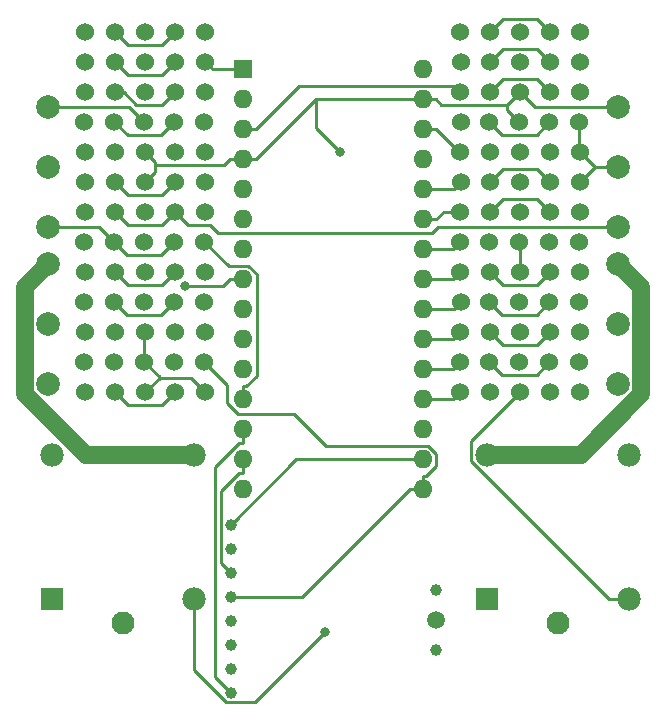
<source format=gtl>
G04 #@! TF.GenerationSoftware,KiCad,Pcbnew,(5.1.0)-1*
G04 #@! TF.CreationDate,2019-09-22T18:00:15+02:00*
G04 #@! TF.ProjectId,Arduino_HM_1,41726475-696e-46f5-9f48-4d5f312e6b69,rev?*
G04 #@! TF.SameCoordinates,Original*
G04 #@! TF.FileFunction,Copper,L1,Top*
G04 #@! TF.FilePolarity,Positive*
%FSLAX46Y46*%
G04 Gerber Fmt 4.6, Leading zero omitted, Abs format (unit mm)*
G04 Created by KiCad (PCBNEW (5.1.0)-1) date 2019-09-22 18:00:15*
%MOMM*%
%LPD*%
G04 APERTURE LIST*
%ADD10C,2.000000*%
%ADD11C,1.524000*%
%ADD12C,1.980000*%
%ADD13C,1.935000*%
%ADD14R,1.980000X1.980000*%
%ADD15C,1.000000*%
%ADD16C,1.500000*%
%ADD17O,1.600000X1.600000*%
%ADD18R,1.600000X1.600000*%
%ADD19C,0.800000*%
%ADD20C,0.250000*%
%ADD21C,1.500000*%
G04 APERTURE END LIST*
D10*
X17780000Y-19685000D03*
X17780000Y-24765000D03*
X17780000Y-29845000D03*
X66040000Y-19685000D03*
X66040000Y-24765000D03*
X66040000Y-29845000D03*
X17780000Y-43180000D03*
X17780000Y-38100000D03*
X17780000Y-33020000D03*
X66040000Y-33020000D03*
X66040000Y-38100000D03*
X66040000Y-43180000D03*
D11*
X60325000Y-43815000D03*
X60248800Y-41275000D03*
X60325000Y-38735000D03*
X60325000Y-33655000D03*
X60248800Y-36195000D03*
X60325000Y-23495000D03*
X60325000Y-26035000D03*
X60248800Y-31115000D03*
X60325000Y-28575000D03*
X60248800Y-20955000D03*
X60325000Y-18415000D03*
X60325000Y-15875000D03*
X60325000Y-13335000D03*
X55245000Y-43815000D03*
X55168800Y-41275000D03*
X55245000Y-38735000D03*
X55245000Y-33655000D03*
X55168800Y-36195000D03*
X55245000Y-23495000D03*
X55245000Y-26035000D03*
X55168800Y-31115000D03*
X55245000Y-28575000D03*
X55168800Y-20955000D03*
X55245000Y-18415000D03*
X55245000Y-15875000D03*
X55245000Y-13335000D03*
D12*
X18130000Y-49145000D03*
X30130000Y-49145000D03*
X30130000Y-61345000D03*
D13*
X24130000Y-63345000D03*
D14*
X18130000Y-61345000D03*
D11*
X20955000Y-43815000D03*
X20878800Y-41275000D03*
X20955000Y-38735000D03*
X20955000Y-33655000D03*
X20878800Y-36195000D03*
X20955000Y-23495000D03*
X20955000Y-26035000D03*
X20878800Y-31115000D03*
X20955000Y-28575000D03*
X20878800Y-20955000D03*
X20955000Y-18415000D03*
X20955000Y-15875000D03*
X20955000Y-13335000D03*
X62865000Y-43815000D03*
X62788800Y-41275000D03*
X62865000Y-38735000D03*
X62865000Y-33655000D03*
X62788800Y-36195000D03*
X62865000Y-23495000D03*
X62865000Y-26035000D03*
X62788800Y-31115000D03*
X62865000Y-28575000D03*
X62788800Y-20955000D03*
X62865000Y-18415000D03*
X62865000Y-15875000D03*
X62865000Y-13335000D03*
X57785000Y-43815000D03*
X57708800Y-41275000D03*
X57785000Y-38735000D03*
X57785000Y-33655000D03*
X57708800Y-36195000D03*
X57785000Y-23495000D03*
X57785000Y-26035000D03*
X57708800Y-31115000D03*
X57785000Y-28575000D03*
X57708800Y-20955000D03*
X57785000Y-18415000D03*
X57785000Y-15875000D03*
X57785000Y-13335000D03*
X23495000Y-43815000D03*
X23418800Y-41275000D03*
X23495000Y-38735000D03*
X23495000Y-33655000D03*
X23418800Y-36195000D03*
X23495000Y-23495000D03*
X23495000Y-26035000D03*
X23418800Y-31115000D03*
X23495000Y-28575000D03*
X23418800Y-20955000D03*
X23495000Y-18415000D03*
X23495000Y-15875000D03*
X23495000Y-13335000D03*
X28575000Y-43815000D03*
X28498800Y-41275000D03*
X28575000Y-38735000D03*
X28575000Y-33655000D03*
X28498800Y-36195000D03*
X28575000Y-23495000D03*
X28575000Y-26035000D03*
X28498800Y-31115000D03*
X28575000Y-28575000D03*
X28498800Y-20955000D03*
X28575000Y-18415000D03*
X28575000Y-15875000D03*
X28575000Y-13335000D03*
X26035000Y-43815000D03*
X25958800Y-41275000D03*
X26035000Y-38735000D03*
X26035000Y-33655000D03*
X25958800Y-36195000D03*
X26035000Y-23495000D03*
X26035000Y-26035000D03*
X25958800Y-31115000D03*
X26035000Y-28575000D03*
X25958800Y-20955000D03*
X26035000Y-18415000D03*
X26035000Y-15875000D03*
X26035000Y-13335000D03*
X52705000Y-13335000D03*
X52781200Y-15875000D03*
X52705000Y-18415000D03*
X52705000Y-23495000D03*
X52781200Y-20955000D03*
X52705000Y-33655000D03*
X52705000Y-31115000D03*
X52781200Y-26035000D03*
X52705000Y-28575000D03*
X52781200Y-36195000D03*
X52705000Y-38735000D03*
X52705000Y-41275000D03*
X52705000Y-43815000D03*
X31115000Y-43815000D03*
X31038800Y-41275000D03*
X31115000Y-38735000D03*
X31115000Y-33655000D03*
X31038800Y-36195000D03*
X31115000Y-23495000D03*
X31115000Y-26035000D03*
X31038800Y-31115000D03*
X31115000Y-28575000D03*
X31038800Y-20955000D03*
X31115000Y-18415000D03*
X31115000Y-15875000D03*
X31115000Y-13335000D03*
D12*
X54960000Y-49145000D03*
X66960000Y-49145000D03*
X66960000Y-61345000D03*
D13*
X60960000Y-63345000D03*
D14*
X54960000Y-61345000D03*
D15*
X50625000Y-65675000D03*
D16*
X50636600Y-63152400D03*
D15*
X50645000Y-60615000D03*
X33263000Y-69277000D03*
X33263000Y-67245000D03*
X33263000Y-65213000D03*
X33263000Y-63181000D03*
X33263000Y-61149000D03*
X33263000Y-59117000D03*
X33263000Y-57085000D03*
X33263000Y-55053000D03*
D17*
X49530000Y-52070000D03*
X34290000Y-52070000D03*
X49530000Y-16510000D03*
X34290000Y-49530000D03*
X49530000Y-19050000D03*
X34290000Y-46990000D03*
X49530000Y-21590000D03*
X34290000Y-44450000D03*
X49530000Y-24130000D03*
X34290000Y-41910000D03*
X49530000Y-26670000D03*
X34290000Y-39370000D03*
X49530000Y-29210000D03*
X34290000Y-36830000D03*
X49530000Y-31750000D03*
X34290000Y-34290000D03*
X49530000Y-34290000D03*
X34290000Y-31750000D03*
X49530000Y-36830000D03*
X34290000Y-29210000D03*
X49530000Y-39370000D03*
X34290000Y-26670000D03*
X49530000Y-41910000D03*
X34290000Y-24130000D03*
X49530000Y-44450000D03*
X34290000Y-21590000D03*
X49530000Y-46990000D03*
X34290000Y-19050000D03*
X49530000Y-49530000D03*
D18*
X34290000Y-16510000D03*
D19*
X42545000Y-23495000D03*
X41275000Y-64135000D03*
X29364200Y-34816000D03*
D20*
X49530000Y-52070000D02*
X49530000Y-50944700D01*
X49530000Y-50944700D02*
X49811300Y-50944700D01*
X49811300Y-50944700D02*
X50662200Y-50093800D01*
X50662200Y-50093800D02*
X50662200Y-49059700D01*
X50662200Y-49059700D02*
X50007100Y-48404600D01*
X50007100Y-48404600D02*
X41317000Y-48404600D01*
X41317000Y-48404600D02*
X38632400Y-45720000D01*
X38632400Y-45720000D02*
X33913400Y-45720000D01*
X33913400Y-45720000D02*
X32990000Y-44796600D01*
X32990000Y-44796600D02*
X32990000Y-43226200D01*
X32990000Y-43226200D02*
X31038800Y-41275000D01*
X49080000Y-52070000D02*
X49530000Y-52070000D01*
X49080000Y-52070000D02*
X48404700Y-52070000D01*
X48404700Y-52070000D02*
X39325700Y-61149000D01*
X39325700Y-61149000D02*
X33263000Y-61149000D01*
X34290000Y-49530000D02*
X34290000Y-50655300D01*
X34290000Y-50655300D02*
X34008700Y-50655300D01*
X34008700Y-50655300D02*
X32415300Y-52248700D01*
X32415300Y-52248700D02*
X32415300Y-58269300D01*
X32415300Y-58269300D02*
X33263000Y-59117000D01*
X57785000Y-18415000D02*
X59055000Y-19685000D01*
X59055000Y-19685000D02*
X66040000Y-19685000D01*
X56697600Y-19502400D02*
X57785000Y-18415000D01*
X50655300Y-19050000D02*
X51107700Y-19502400D01*
X51107700Y-19502400D02*
X56697600Y-19502400D01*
X56697600Y-19502400D02*
X56697600Y-19943800D01*
X56697600Y-19943800D02*
X57708800Y-20955000D01*
X49530000Y-19050000D02*
X50655300Y-19050000D01*
X35415300Y-24130000D02*
X40495300Y-19050000D01*
X40495300Y-19050000D02*
X49530000Y-19050000D01*
X27249400Y-42600600D02*
X26035000Y-43815000D01*
X25958800Y-41275000D02*
X27249400Y-42565600D01*
X27249400Y-42565600D02*
X27249400Y-42600600D01*
X31115000Y-43815000D02*
X29900600Y-42600600D01*
X29900600Y-42600600D02*
X27249400Y-42600600D01*
X57785000Y-43815000D02*
X53624900Y-47975100D01*
X53624900Y-47975100D02*
X53624900Y-49693200D01*
X53624900Y-49693200D02*
X65276700Y-61345000D01*
X65276700Y-61345000D02*
X66960000Y-61345000D01*
X34290000Y-24130000D02*
X35415300Y-24130000D01*
X57708800Y-31115000D02*
X57785000Y-31191200D01*
X57785000Y-31191200D02*
X57785000Y-33655000D01*
X25958800Y-20955000D02*
X24688800Y-19685000D01*
X24688800Y-19685000D02*
X17780000Y-19685000D01*
X26035000Y-38735000D02*
X25958800Y-38811200D01*
X25958800Y-38811200D02*
X25958800Y-41275000D01*
X26897100Y-24596100D02*
X26897100Y-24357100D01*
X26897100Y-24357100D02*
X26035000Y-23495000D01*
X26035000Y-26035000D02*
X26897100Y-25172900D01*
X26897100Y-25172900D02*
X26897100Y-24596100D01*
X33164700Y-24130000D02*
X32698600Y-24596100D01*
X32698600Y-24596100D02*
X26897100Y-24596100D01*
X34290000Y-24130000D02*
X33164700Y-24130000D01*
X40495300Y-21445300D02*
X42545000Y-23495000D01*
X40495300Y-19050000D02*
X40495300Y-21445300D01*
X30130000Y-62745071D02*
X30130000Y-61345000D01*
X30130000Y-67365002D02*
X30130000Y-62745071D01*
X32866999Y-70102001D02*
X30130000Y-67365002D01*
X35307999Y-70102001D02*
X32866999Y-70102001D01*
X41275000Y-64135000D02*
X35307999Y-70102001D01*
X34290000Y-46990000D02*
X34290000Y-48115300D01*
X34290000Y-48115300D02*
X34008700Y-48115300D01*
X34008700Y-48115300D02*
X31964900Y-50159100D01*
X31964900Y-50159100D02*
X31964900Y-67978900D01*
X31964900Y-67978900D02*
X33263000Y-69277000D01*
X49530000Y-49530000D02*
X38786000Y-49530000D01*
X38786000Y-49530000D02*
X33263000Y-55053000D01*
X49530000Y-21590000D02*
X50655300Y-21590000D01*
X50655300Y-21590000D02*
X52560300Y-23495000D01*
X52560300Y-23495000D02*
X52705000Y-23495000D01*
X34290000Y-44450000D02*
X34290000Y-43324700D01*
X34290000Y-43324700D02*
X34571300Y-43324700D01*
X34571300Y-43324700D02*
X35465500Y-42430500D01*
X35465500Y-42430500D02*
X35465500Y-33873300D01*
X35465500Y-33873300D02*
X34756800Y-33164600D01*
X34756800Y-33164600D02*
X33088400Y-33164600D01*
X33088400Y-33164600D02*
X31038800Y-31115000D01*
X62788800Y-20955000D02*
X62788800Y-23418800D01*
X62788800Y-23418800D02*
X62865000Y-23495000D01*
X64135000Y-24765000D02*
X62865000Y-26035000D01*
X66040000Y-24765000D02*
X64135000Y-24765000D01*
X62865000Y-23495000D02*
X64135000Y-24765000D01*
X49530000Y-26670000D02*
X52146200Y-26670000D01*
X52146200Y-26670000D02*
X52781200Y-26035000D01*
X49530000Y-29210000D02*
X50655300Y-29210000D01*
X50655300Y-29210000D02*
X51290300Y-28575000D01*
X51290300Y-28575000D02*
X52705000Y-28575000D01*
X49530000Y-31750000D02*
X52070000Y-31750000D01*
X52070000Y-31750000D02*
X52705000Y-31115000D01*
X34290000Y-34290000D02*
X33164700Y-34290000D01*
X33164700Y-34290000D02*
X32638700Y-34816000D01*
X32638700Y-34816000D02*
X29364200Y-34816000D01*
X49530000Y-34290000D02*
X52070000Y-34290000D01*
X52070000Y-34290000D02*
X52705000Y-33655000D01*
X49530000Y-36830000D02*
X52146200Y-36830000D01*
X52146200Y-36830000D02*
X52781200Y-36195000D01*
X49530000Y-39370000D02*
X52070000Y-39370000D01*
X52070000Y-39370000D02*
X52705000Y-38735000D01*
X49530000Y-41910000D02*
X52070000Y-41910000D01*
X52070000Y-41910000D02*
X52705000Y-41275000D01*
X49530000Y-44450000D02*
X52070000Y-44450000D01*
X52070000Y-44450000D02*
X52705000Y-43815000D01*
X34290000Y-16510000D02*
X31750000Y-16510000D01*
X31750000Y-16510000D02*
X31115000Y-15875000D01*
X34290000Y-21590000D02*
X35415300Y-21590000D01*
X35415300Y-21590000D02*
X39081300Y-17924000D01*
X39081300Y-17924000D02*
X52214000Y-17924000D01*
X52214000Y-17924000D02*
X52705000Y-18415000D01*
X28575000Y-43815000D02*
X27460300Y-44929700D01*
X27460300Y-44929700D02*
X24609700Y-44929700D01*
X24609700Y-44929700D02*
X23495000Y-43815000D01*
X23495000Y-33655000D02*
X24585000Y-34745000D01*
X24585000Y-34745000D02*
X27485000Y-34745000D01*
X27485000Y-34745000D02*
X28575000Y-33655000D01*
X28498800Y-36195000D02*
X27394500Y-37299300D01*
X27394500Y-37299300D02*
X24523100Y-37299300D01*
X24523100Y-37299300D02*
X23418800Y-36195000D01*
X28575000Y-26035000D02*
X27476000Y-27134000D01*
X27476000Y-27134000D02*
X24594000Y-27134000D01*
X24594000Y-27134000D02*
X23495000Y-26035000D01*
X23418800Y-31115000D02*
X22148800Y-29845000D01*
X22148800Y-29845000D02*
X17780000Y-29845000D01*
X23418800Y-31115000D02*
X24512500Y-32208700D01*
X24512500Y-32208700D02*
X27405100Y-32208700D01*
X27405100Y-32208700D02*
X28498800Y-31115000D01*
X28575000Y-28575000D02*
X29685600Y-29685600D01*
X29685600Y-29685600D02*
X31476400Y-29685600D01*
X31476400Y-29685600D02*
X32191500Y-30400700D01*
X32191500Y-30400700D02*
X50282300Y-30400700D01*
X50282300Y-30400700D02*
X50838000Y-29845000D01*
X50838000Y-29845000D02*
X66040000Y-29845000D01*
X23495000Y-28575000D02*
X24585000Y-29665000D01*
X24585000Y-29665000D02*
X27485000Y-29665000D01*
X27485000Y-29665000D02*
X28575000Y-28575000D01*
X28498800Y-20955000D02*
X27369500Y-22084300D01*
X27369500Y-22084300D02*
X24548100Y-22084300D01*
X24548100Y-22084300D02*
X23418800Y-20955000D01*
X28575000Y-18415000D02*
X27485400Y-19504600D01*
X27485400Y-19504600D02*
X25287300Y-19504600D01*
X25287300Y-19504600D02*
X24197700Y-18415000D01*
X24197700Y-18415000D02*
X23495000Y-18415000D01*
X28575000Y-15875000D02*
X27463800Y-16986200D01*
X27463800Y-16986200D02*
X24606200Y-16986200D01*
X24606200Y-16986200D02*
X23495000Y-15875000D01*
X28575000Y-13335000D02*
X27463800Y-14446200D01*
X27463800Y-14446200D02*
X24606200Y-14446200D01*
X24606200Y-14446200D02*
X23495000Y-13335000D01*
X55168800Y-41275000D02*
X56258700Y-42364900D01*
X56258700Y-42364900D02*
X59158900Y-42364900D01*
X59158900Y-42364900D02*
X60248800Y-41275000D01*
X60325000Y-38735000D02*
X59217000Y-39843000D01*
X59217000Y-39843000D02*
X56353000Y-39843000D01*
X56353000Y-39843000D02*
X55245000Y-38735000D01*
X55245000Y-33655000D02*
X56353000Y-34763000D01*
X56353000Y-34763000D02*
X59217000Y-34763000D01*
X59217000Y-34763000D02*
X60325000Y-33655000D01*
X60248800Y-36195000D02*
X59158900Y-37284900D01*
X59158900Y-37284900D02*
X56258700Y-37284900D01*
X56258700Y-37284900D02*
X55168800Y-36195000D01*
X55245000Y-26035000D02*
X56348900Y-24931100D01*
X56348900Y-24931100D02*
X59221100Y-24931100D01*
X59221100Y-24931100D02*
X60325000Y-26035000D01*
X55245000Y-28575000D02*
X56344100Y-27475900D01*
X56344100Y-27475900D02*
X59225900Y-27475900D01*
X59225900Y-27475900D02*
X60325000Y-28575000D01*
X55168800Y-20955000D02*
X56261900Y-22048100D01*
X56261900Y-22048100D02*
X59155700Y-22048100D01*
X59155700Y-22048100D02*
X60248800Y-20955000D01*
X55245000Y-18415000D02*
X56344000Y-17316000D01*
X56344000Y-17316000D02*
X59226000Y-17316000D01*
X59226000Y-17316000D02*
X60325000Y-18415000D01*
X55245000Y-15875000D02*
X56344000Y-14776000D01*
X56344000Y-14776000D02*
X59226000Y-14776000D01*
X59226000Y-14776000D02*
X60325000Y-15875000D01*
X55245000Y-13335000D02*
X56359400Y-12220600D01*
X56359400Y-12220600D02*
X59210600Y-12220600D01*
X59210600Y-12220600D02*
X60325000Y-13335000D01*
D21*
X54960000Y-49145000D02*
X62880800Y-49145000D01*
X62880800Y-49145000D02*
X67996000Y-44029800D01*
X67996000Y-44029800D02*
X67996000Y-34976000D01*
X67996000Y-34976000D02*
X66040000Y-33020000D01*
X30130000Y-49145000D02*
X20986700Y-49145000D01*
X20986700Y-49145000D02*
X15824000Y-43982300D01*
X15824000Y-43982300D02*
X15824000Y-34976000D01*
X15824000Y-34976000D02*
X17780000Y-33020000D01*
M02*

</source>
